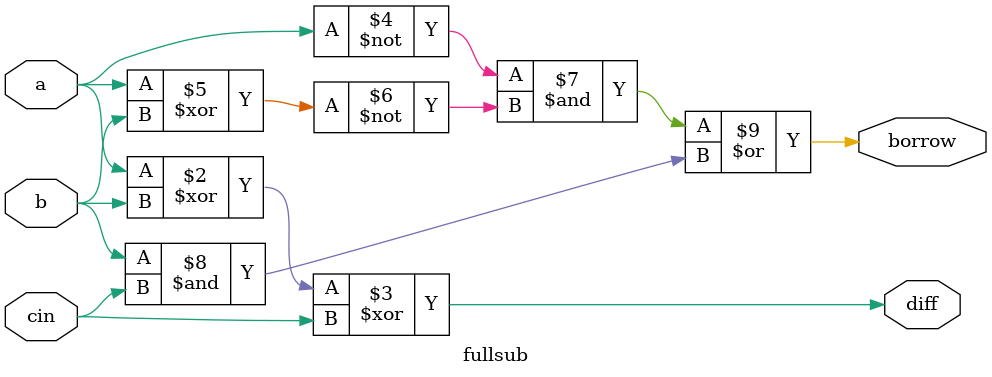
<source format=v>

/*module fullsub (a,b,cin,diff,borrow);
input a,b,cin;
output diff,borrow;

assign diff = a^b^cin;
assign borrow = ~a & ~(a^b) | b&cin;

endmodule*/

/////////behavioral///////

module fullsub(input a,b,cin,output reg diff,borrow);


always @(a or b or cin)
begin

diff = a^b^cin;
borrow = ~a & ~(a^b) | b&cin;

end
endmodule

////////////structural /////////////
/*module fullsub(
               input a,
               input b,
               input cin,
               output diff,
               output borrow
               );
wire w1,w2,w3,w4;

xor (diff,a,b,cin);
not n1(w1,a);

and a1(w2,w1,b);
and a2(w3,w1,C);
and a3(w4,b,cin);

or or1(borrow,w2,w3,w4);

endmodule*/

</source>
